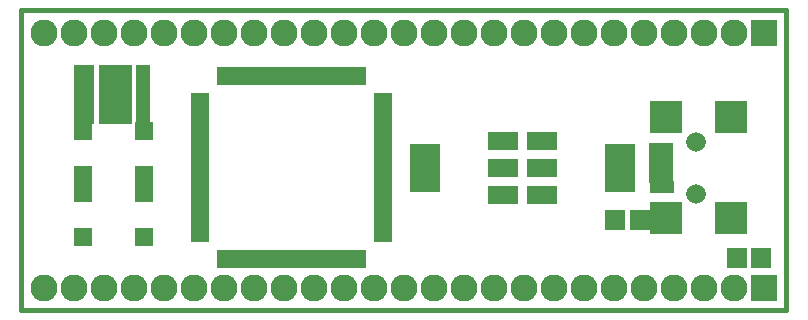
<source format=gts>
G04 (created by PCBNEW-RS274X (2012-01-19 BZR 3256)-stable) date Wed 20 Feb 2013 03:59:13 PM COT*
G01*
G70*
G90*
%MOIN*%
G04 Gerber Fmt 3.4, Leading zero omitted, Abs format*
%FSLAX34Y34*%
G04 APERTURE LIST*
%ADD10C,0.006000*%
%ADD11C,0.015000*%
%ADD12R,0.030000X0.060000*%
%ADD13R,0.060000X0.030000*%
%ADD14R,0.045000X0.065000*%
%ADD15R,0.067200X0.067200*%
%ADD16C,0.065400*%
%ADD17R,0.083000X0.041700*%
%ADD18R,0.110600X0.106600*%
%ADD19R,0.100000X0.164000*%
%ADD20R,0.100000X0.060000*%
%ADD21R,0.090000X0.090000*%
%ADD22C,0.090000*%
%ADD23R,0.059400X0.059400*%
G04 APERTURE END LIST*
G54D10*
G54D11*
X44250Y-31250D02*
X44250Y-21250D01*
X69750Y-31250D02*
X44250Y-31250D01*
X69750Y-21250D02*
X69750Y-31250D01*
X44250Y-21250D02*
X69750Y-21250D01*
G54D12*
X50890Y-23450D03*
X55610Y-23450D03*
X55410Y-23450D03*
X55220Y-23450D03*
X55020Y-23450D03*
X54820Y-23450D03*
X54630Y-23450D03*
X54430Y-23450D03*
X54230Y-23450D03*
X54040Y-23450D03*
X53840Y-23450D03*
X53640Y-23450D03*
X53440Y-23450D03*
X53250Y-23450D03*
X53050Y-23450D03*
X52850Y-23450D03*
X52660Y-23450D03*
X52460Y-23450D03*
X52260Y-23450D03*
X52070Y-23450D03*
X51870Y-23450D03*
X51670Y-23450D03*
X51480Y-23450D03*
X51280Y-23450D03*
X51080Y-23450D03*
G54D13*
X56300Y-24140D03*
X56300Y-28860D03*
X56300Y-28660D03*
X56300Y-28470D03*
X56300Y-28270D03*
X56300Y-28070D03*
X56300Y-27880D03*
X56300Y-27680D03*
X56300Y-27480D03*
X56300Y-27290D03*
X56300Y-27090D03*
X56300Y-26890D03*
X56300Y-26690D03*
X56300Y-26500D03*
X56300Y-26300D03*
X56300Y-26100D03*
X56300Y-25910D03*
X56300Y-25710D03*
X56300Y-25510D03*
X56300Y-25320D03*
X56300Y-25120D03*
X56300Y-24920D03*
X56300Y-24730D03*
X56300Y-24530D03*
X56300Y-24330D03*
X50200Y-24140D03*
X50200Y-24340D03*
X50200Y-24530D03*
X50200Y-24730D03*
X50200Y-24930D03*
X50200Y-25120D03*
X50200Y-25320D03*
X50200Y-25520D03*
X50200Y-25710D03*
X50200Y-25910D03*
X50200Y-26110D03*
X50200Y-26310D03*
X50200Y-26500D03*
X50200Y-26700D03*
X50200Y-26900D03*
X50200Y-27090D03*
X50200Y-27290D03*
X50200Y-27490D03*
X50200Y-27680D03*
X50200Y-27880D03*
X50200Y-28080D03*
X50200Y-28270D03*
X50200Y-28470D03*
X50200Y-28670D03*
X50200Y-28860D03*
G54D12*
X50890Y-29550D03*
X51090Y-29550D03*
X51280Y-29550D03*
X51480Y-29550D03*
X51680Y-29550D03*
X51870Y-29550D03*
X52070Y-29550D03*
X52270Y-29550D03*
X52460Y-29550D03*
X52660Y-29550D03*
X52860Y-29550D03*
X53060Y-29550D03*
X53250Y-29550D03*
X53450Y-29550D03*
X53650Y-29550D03*
X53840Y-29550D03*
X54040Y-29550D03*
X54240Y-29550D03*
X54430Y-29550D03*
X54630Y-29550D03*
X54830Y-29550D03*
X55020Y-29550D03*
X55220Y-29550D03*
X55420Y-29550D03*
X55610Y-29550D03*
G54D14*
X47700Y-23400D03*
X48300Y-23400D03*
X47700Y-24050D03*
X48300Y-24050D03*
G54D15*
X68913Y-29500D03*
X68087Y-29500D03*
G54D16*
X66744Y-25634D03*
X66744Y-27366D03*
G54D17*
X65582Y-26500D03*
X65582Y-26185D03*
X65582Y-25868D03*
X65582Y-26815D03*
X65584Y-27130D03*
G54D18*
X65720Y-24808D03*
X65720Y-28192D03*
X67885Y-28192D03*
X67885Y-24808D03*
G54D19*
X64200Y-26500D03*
G54D20*
X61600Y-26500D03*
X61600Y-27400D03*
X61600Y-25600D03*
G54D19*
X57700Y-26500D03*
G54D20*
X60300Y-26500D03*
X60300Y-25600D03*
X60300Y-27400D03*
G54D15*
X47163Y-23400D03*
X46337Y-23400D03*
X47163Y-24050D03*
X46337Y-24050D03*
X64037Y-28250D03*
X64863Y-28250D03*
G54D21*
X69000Y-22000D03*
G54D22*
X68000Y-22000D03*
X67000Y-22000D03*
X66000Y-22000D03*
X65000Y-22000D03*
X64000Y-22000D03*
X63000Y-22000D03*
X62000Y-22000D03*
X61000Y-22000D03*
X60000Y-22000D03*
X59000Y-22000D03*
X58000Y-22000D03*
X57000Y-22000D03*
X56000Y-22000D03*
X55000Y-22000D03*
X54000Y-22000D03*
X53000Y-22000D03*
X52000Y-22000D03*
X51000Y-22000D03*
X50000Y-22000D03*
X49000Y-22000D03*
X48000Y-22000D03*
X47000Y-22000D03*
X46000Y-22000D03*
X45000Y-22000D03*
G54D21*
X69000Y-30500D03*
G54D22*
X68000Y-30500D03*
X67000Y-30500D03*
X66000Y-30500D03*
X65000Y-30500D03*
X64000Y-30500D03*
X63000Y-30500D03*
X62000Y-30500D03*
X61000Y-30500D03*
X60000Y-30500D03*
X59000Y-30500D03*
X58000Y-30500D03*
X57000Y-30500D03*
X56000Y-30500D03*
X55000Y-30500D03*
X54000Y-30500D03*
X53000Y-30500D03*
X52000Y-30500D03*
X51000Y-30500D03*
X50000Y-30500D03*
X49000Y-30500D03*
X48000Y-30500D03*
X47000Y-30500D03*
X46000Y-30500D03*
X45000Y-30500D03*
G54D14*
X47700Y-24700D03*
X48300Y-24700D03*
G54D15*
X47163Y-24700D03*
X46337Y-24700D03*
G54D23*
X46300Y-26750D03*
X46300Y-25293D03*
X48347Y-26750D03*
X48347Y-25293D03*
X46300Y-28800D03*
X46300Y-27343D03*
X48347Y-28800D03*
X48347Y-27343D03*
M02*

</source>
